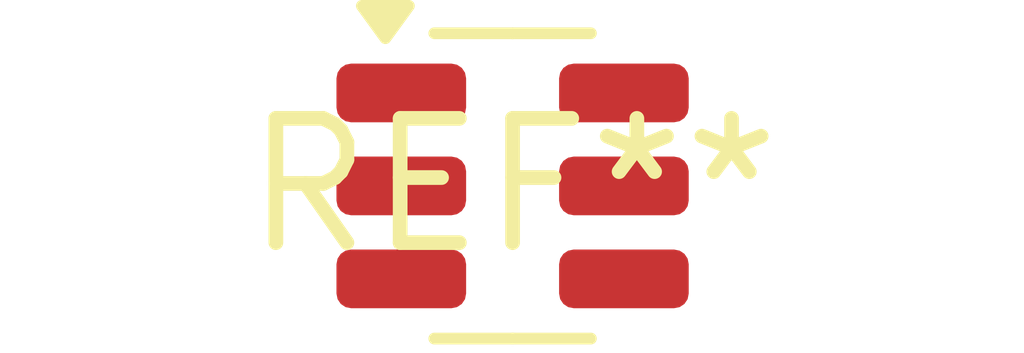
<source format=kicad_pcb>
(kicad_pcb (version 20240108) (generator pcbnew)
  (layers (0 "F.Cu" signal) (31 "B.Cu" signal) (34 "B.Paste" user) (35 "F.Paste" user) (36 "B.SilkS" user "B.Silkscreen") (37 "F.SilkS" user "F.Silkscreen") (38 "B.Mask" user) (39 "F.Mask" user) (44 "Edge.Cuts" user))
  (net 0 "")
  (footprint "SOT-23-6" (layer "F.Cu") (at 0 0)
    (property "Reference" "REF**")
    (property "Value" "SOT-23-6")
    (fp_line (start 0 -1.56) (end -0.8 -1.56) (layer "F.SilkS") (stroke (width 0.12)))
    (fp_line (start 0 -1.56) (end 0.8 -1.56) (layer "F.SilkS") (stroke (width 0.12)))
    (fp_line (start 0 1.56) (end -0.8 1.56) (layer "F.SilkS") (stroke (width 0.12)))
    (fp_line (start 0 1.56) (end 0.8 1.56) (layer "F.SilkS") (stroke (width 0.12)))
    (fp_poly (pts (xy -1.3 -1.51) (xy -1.54 -1.84) (xy -1.06 -1.84) (xy -1.3 -1.51)) (layer "F.SilkS") (stroke (width 0.12)) (fill solid))
    (pad "1" smd roundrect (at -1.1375 -0.95) (size 1.325 0.6) (layers "F.Cu" "F.Paste" "F.Mask"))
    (pad "2" smd roundrect (at -1.1375 0) (size 1.325 0.6) (layers "F.Cu" "F.Paste" "F.Mask"))
    (pad "3" smd roundrect (at -1.1375 0.95) (size 1.325 0.6) (layers "F.Cu" "F.Paste" "F.Mask"))
    (pad "4" smd roundrect (at 1.1375 0.95) (size 1.325 0.6) (layers "F.Cu" "F.Paste" "F.Mask"))
    (pad "5" smd roundrect (at 1.1375 0) (size 1.325 0.6) (layers "F.Cu" "F.Paste" "F.Mask"))
    (pad "6" smd roundrect (at 1.1375 -0.95) (size 1.325 0.6) (layers "F.Cu" "F.Paste" "F.Mask"))
  )
)
</source>
